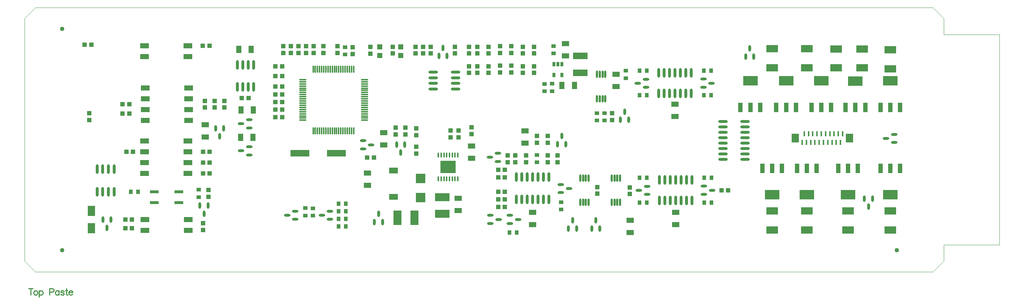
<source format=gtp>
%FSLAX23Y23*%
%MOIN*%
G70*
G01*
G75*
G04 Layer_Color=8421504*
%ADD10O,0.024X0.059*%
%ADD11O,0.018X0.067*%
%ADD12O,0.059X0.024*%
%ADD13R,0.071X0.051*%
%ADD14R,0.039X0.039*%
%ADD15R,0.039X0.035*%
%ADD16R,0.039X0.039*%
%ADD17R,0.080X0.050*%
%ADD18R,0.134X0.085*%
%ADD19R,0.041X0.085*%
%ADD20R,0.041X0.085*%
%ADD21R,0.106X0.071*%
%ADD22R,0.035X0.039*%
%ADD23O,0.024X0.087*%
%ADD24R,0.051X0.071*%
%ADD25R,0.047X0.047*%
%ADD26R,0.075X0.134*%
%ADD27O,0.024X0.087*%
%ADD28C,0.040*%
%ADD29R,0.016X0.049*%
%ADD30R,0.071X0.079*%
%ADD31R,0.079X0.031*%
%ADD32R,0.134X0.063*%
%ADD33R,0.026X0.041*%
%ADD34R,0.134X0.075*%
%ADD35R,0.091X0.091*%
%ADD36O,0.087X0.024*%
%ADD37O,0.087X0.024*%
%ADD38R,0.071X0.094*%
%ADD39R,0.084X0.052*%
%ADD40O,0.011X0.067*%
%ADD41O,0.067X0.011*%
%ADD42R,0.141X0.116*%
%ADD43O,0.012X0.047*%
%ADD44R,0.177X0.059*%
%ADD45C,0.008*%
%ADD46C,0.012*%
%ADD47C,0.010*%
%ADD48C,0.025*%
%ADD49C,0.020*%
%ADD50C,0.015*%
%ADD51C,0.012*%
%ADD52C,0.004*%
%ADD53C,0.004*%
%ADD54C,0.118*%
%ADD55C,0.125*%
%ADD56C,0.035*%
%ADD57C,0.118*%
%ADD58C,0.065*%
%ADD59R,0.065X0.065*%
%ADD60R,0.065X0.065*%
%ADD61C,0.039*%
%ADD62C,0.040*%
%ADD63C,0.158*%
%ADD64C,0.168*%
%ADD65C,0.056*%
%ADD66C,0.079*%
%ADD67C,0.079*%
%ADD68C,0.058*%
%ADD69C,0.060*%
%ADD70R,0.071X0.063*%
%ADD71R,0.063X0.071*%
%ADD72R,0.013X0.028*%
%ADD73R,0.018X0.040*%
%ADD74R,0.028X0.039*%
%ADD75C,0.039*%
%ADD76C,0.039*%
%ADD77C,0.010*%
%ADD78C,0.008*%
%ADD79C,0.024*%
%ADD80C,0.012*%
%ADD81C,0.020*%
%ADD82R,2.010X0.213*%
%ADD83R,0.560X0.250*%
%ADD84R,0.920X0.150*%
%ADD85C,0.008*%
D10*
X523Y363D02*
D03*
X560Y288D02*
D03*
X598Y363D02*
D03*
X7585Y483D02*
D03*
X7548Y558D02*
D03*
X7623D02*
D03*
X4855Y357D02*
D03*
X4818Y282D02*
D03*
X4893D02*
D03*
X5070Y357D02*
D03*
X5033Y282D02*
D03*
X5108D02*
D03*
X1638Y1208D02*
D03*
X1563D02*
D03*
X1600Y1133D02*
D03*
X4717Y1062D02*
D03*
X4792D02*
D03*
X4755Y1137D02*
D03*
X3622Y1877D02*
D03*
X3697D02*
D03*
X3659Y1952D02*
D03*
X6452Y1872D02*
D03*
X6527D02*
D03*
X6490Y1947D02*
D03*
X3270Y983D02*
D03*
X3233Y1058D02*
D03*
X3308D02*
D03*
X1455Y418D02*
D03*
X1418Y493D02*
D03*
X1493D02*
D03*
X3065Y417D02*
D03*
X3102Y342D02*
D03*
X3027D02*
D03*
X5297Y1287D02*
D03*
X5372D02*
D03*
X5335Y1362D02*
D03*
D11*
X5004Y523D02*
D03*
X4978D02*
D03*
X4952D02*
D03*
X4927D02*
D03*
Y747D02*
D03*
X4952D02*
D03*
X4978D02*
D03*
X5004D02*
D03*
X5294Y523D02*
D03*
X5268D02*
D03*
X5242D02*
D03*
X5217D02*
D03*
Y747D02*
D03*
X5242D02*
D03*
X5268D02*
D03*
X5294D02*
D03*
X5081Y1482D02*
D03*
X5107D02*
D03*
X5133D02*
D03*
X5158D02*
D03*
Y1706D02*
D03*
X5133D02*
D03*
X5107D02*
D03*
X5081D02*
D03*
D12*
X7748Y1115D02*
D03*
X7823Y1152D02*
D03*
Y1077D02*
D03*
X4747Y613D02*
D03*
X4822Y650D02*
D03*
X4277Y403D02*
D03*
X4352Y365D02*
D03*
X4168Y902D02*
D03*
Y977D02*
D03*
X4093Y940D02*
D03*
X4097Y403D02*
D03*
Y328D02*
D03*
X4172Y365D02*
D03*
X2997Y1055D02*
D03*
X2922Y1018D02*
D03*
Y1093D02*
D03*
X1798Y1000D02*
D03*
X1873Y1037D02*
D03*
Y962D02*
D03*
X1798Y1250D02*
D03*
X1873Y1287D02*
D03*
Y1212D02*
D03*
X6137Y1625D02*
D03*
X6062Y1588D02*
D03*
Y1663D02*
D03*
X6142Y635D02*
D03*
X6067Y598D02*
D03*
Y673D02*
D03*
X5458Y1625D02*
D03*
X5533Y1662D02*
D03*
Y1587D02*
D03*
X5468Y635D02*
D03*
X5543Y672D02*
D03*
Y597D02*
D03*
X2543Y405D02*
D03*
X2618Y367D02*
D03*
Y442D02*
D03*
X4277Y328D02*
D03*
X4747Y688D02*
D03*
X2298Y367D02*
D03*
Y442D02*
D03*
X2223Y405D02*
D03*
D13*
X5385Y357D02*
D03*
Y243D02*
D03*
X1465Y1242D02*
D03*
Y1128D02*
D03*
X4485Y318D02*
D03*
Y432D02*
D03*
X5800Y1432D02*
D03*
Y1318D02*
D03*
X5805Y432D02*
D03*
Y318D02*
D03*
X3112Y1168D02*
D03*
Y1054D02*
D03*
X3922Y929D02*
D03*
Y1043D02*
D03*
X2962Y679D02*
D03*
Y793D02*
D03*
X4417Y1069D02*
D03*
Y1183D02*
D03*
X5255Y1593D02*
D03*
Y1707D02*
D03*
X4790Y1878D02*
D03*
Y1992D02*
D03*
X3800Y448D02*
D03*
Y562D02*
D03*
D14*
X2185Y1966D02*
D03*
Y1904D02*
D03*
X2255Y1966D02*
D03*
Y1904D02*
D03*
X5084Y665D02*
D03*
Y603D02*
D03*
X2325Y1904D02*
D03*
Y1966D02*
D03*
X2395Y1904D02*
D03*
Y1966D02*
D03*
X2467Y1904D02*
D03*
Y1967D02*
D03*
X2557Y1904D02*
D03*
Y1967D02*
D03*
X3770Y1961D02*
D03*
Y1899D02*
D03*
X4717Y894D02*
D03*
Y957D02*
D03*
X3900Y1961D02*
D03*
Y1899D02*
D03*
X1447Y267D02*
D03*
Y330D02*
D03*
X397Y1284D02*
D03*
Y1347D02*
D03*
X4327Y957D02*
D03*
Y894D02*
D03*
X4627Y957D02*
D03*
Y894D02*
D03*
X4427Y894D02*
D03*
Y957D02*
D03*
X3802Y1124D02*
D03*
Y1187D02*
D03*
X1495Y636D02*
D03*
Y574D02*
D03*
X3222Y1214D02*
D03*
Y1151D02*
D03*
X3312Y1151D02*
D03*
Y1214D02*
D03*
X3730Y1124D02*
D03*
Y1186D02*
D03*
X3922Y1154D02*
D03*
Y1217D02*
D03*
X3405Y1961D02*
D03*
Y1899D02*
D03*
X3475Y1961D02*
D03*
Y1899D02*
D03*
X3412Y1207D02*
D03*
Y1144D02*
D03*
X4627Y1137D02*
D03*
Y1074D02*
D03*
X4527Y1074D02*
D03*
Y1137D02*
D03*
X2825Y1894D02*
D03*
Y1956D02*
D03*
X3195Y1899D02*
D03*
Y1961D02*
D03*
X2991Y1897D02*
D03*
Y1960D02*
D03*
X1552Y1399D02*
D03*
Y1462D02*
D03*
X1642Y1399D02*
D03*
Y1462D02*
D03*
X1462Y1399D02*
D03*
Y1462D02*
D03*
X3412Y1037D02*
D03*
Y974D02*
D03*
X4500Y1781D02*
D03*
Y1719D02*
D03*
X4395Y1781D02*
D03*
Y1719D02*
D03*
X4290Y1786D02*
D03*
Y1724D02*
D03*
X4500Y1899D02*
D03*
Y1961D02*
D03*
X4395Y1899D02*
D03*
Y1961D02*
D03*
X4290Y1904D02*
D03*
Y1966D02*
D03*
X4185Y1786D02*
D03*
Y1724D02*
D03*
X4080Y1781D02*
D03*
Y1719D02*
D03*
X3975Y1781D02*
D03*
Y1719D02*
D03*
X4185Y1904D02*
D03*
Y1966D02*
D03*
X4080Y1899D02*
D03*
Y1961D02*
D03*
X3975Y1899D02*
D03*
Y1961D02*
D03*
X3900Y1782D02*
D03*
Y1719D02*
D03*
X2685Y1966D02*
D03*
Y1904D02*
D03*
X5384Y600D02*
D03*
Y662D02*
D03*
X5220Y1284D02*
D03*
Y1346D02*
D03*
X4255Y894D02*
D03*
Y956D02*
D03*
X3545Y1899D02*
D03*
Y1961D02*
D03*
D15*
X4595Y1551D02*
D03*
Y1618D02*
D03*
X4527Y893D02*
D03*
Y959D02*
D03*
X5080Y1348D02*
D03*
Y1281D02*
D03*
X4750Y457D02*
D03*
Y524D02*
D03*
X1405Y572D02*
D03*
Y639D02*
D03*
X2755Y1958D02*
D03*
Y1891D02*
D03*
X5150Y1281D02*
D03*
Y1348D02*
D03*
X5345Y1672D02*
D03*
X4665Y1552D02*
D03*
Y1619D02*
D03*
X4680Y1901D02*
D03*
Y1968D02*
D03*
X2460Y468D02*
D03*
Y401D02*
D03*
X5345Y1739D02*
D03*
X2390Y402D02*
D03*
Y469D02*
D03*
D16*
X4231Y480D02*
D03*
X4169D02*
D03*
X2176Y1380D02*
D03*
X2114D02*
D03*
X704Y1430D02*
D03*
X766D02*
D03*
X1506Y1970D02*
D03*
X1444D02*
D03*
X354Y1979D02*
D03*
X416D02*
D03*
X4169Y825D02*
D03*
X4231D02*
D03*
X4231Y755D02*
D03*
X4169D02*
D03*
X729Y285D02*
D03*
X791D02*
D03*
X729Y365D02*
D03*
X791D02*
D03*
X704Y1345D02*
D03*
X766D02*
D03*
X739Y990D02*
D03*
X801D02*
D03*
X6229Y635D02*
D03*
X6291D02*
D03*
X4169Y620D02*
D03*
X4231D02*
D03*
X4169Y550D02*
D03*
X4231D02*
D03*
X1802Y1488D02*
D03*
X1865D02*
D03*
X2961Y936D02*
D03*
X3023D02*
D03*
X1446Y791D02*
D03*
X1508D02*
D03*
X1446Y891D02*
D03*
X1508D02*
D03*
X1446Y991D02*
D03*
X1508D02*
D03*
X2114Y1310D02*
D03*
X2176D02*
D03*
X2114Y1450D02*
D03*
X2176D02*
D03*
X2114Y1520D02*
D03*
X2176D02*
D03*
X2114Y1595D02*
D03*
X2176D02*
D03*
X2114Y1690D02*
D03*
X2176D02*
D03*
X2114Y1780D02*
D03*
X2176D02*
D03*
D17*
X1308Y1091D02*
D03*
Y791D02*
D03*
X908D02*
D03*
Y1091D02*
D03*
Y991D02*
D03*
Y891D02*
D03*
X1308Y991D02*
D03*
Y891D02*
D03*
X1309Y265D02*
D03*
Y365D02*
D03*
X909D02*
D03*
Y265D02*
D03*
X908Y1971D02*
D03*
Y1871D02*
D03*
X1308D02*
D03*
Y1971D02*
D03*
X912Y1279D02*
D03*
Y1579D02*
D03*
X1312D02*
D03*
Y1279D02*
D03*
Y1379D02*
D03*
Y1479D02*
D03*
X912Y1379D02*
D03*
Y1479D02*
D03*
D18*
X6495Y1646D02*
D03*
X6825D02*
D03*
X7787Y594D02*
D03*
X7787Y1646D02*
D03*
X6697Y594D02*
D03*
X7017D02*
D03*
X7397D02*
D03*
X7150Y1646D02*
D03*
X7464Y1644D02*
D03*
D19*
X6586Y1402D02*
D03*
X6495D02*
D03*
X6916D02*
D03*
X6825D02*
D03*
X7696Y838D02*
D03*
X7787D02*
D03*
X7878Y1402D02*
D03*
X7787D02*
D03*
X6697Y838D02*
D03*
X6606D02*
D03*
X7017D02*
D03*
X6926D02*
D03*
X7397D02*
D03*
X7306D02*
D03*
X7241Y1402D02*
D03*
X7150D02*
D03*
X7464Y1400D02*
D03*
X7555D02*
D03*
D20*
X6404Y1402D02*
D03*
X6734D02*
D03*
X7878Y838D02*
D03*
X7696Y1402D02*
D03*
X6788Y838D02*
D03*
X7108D02*
D03*
X7488D02*
D03*
X7059Y1402D02*
D03*
X7373Y1400D02*
D03*
D21*
X7017Y1768D02*
D03*
Y1943D02*
D03*
Y268D02*
D03*
Y443D02*
D03*
X6697Y1768D02*
D03*
Y1943D02*
D03*
X7787Y1758D02*
D03*
Y1933D02*
D03*
X7285Y1766D02*
D03*
Y1941D02*
D03*
X7525D02*
D03*
Y1766D02*
D03*
X7787Y443D02*
D03*
Y268D02*
D03*
X6697Y443D02*
D03*
Y268D02*
D03*
X7397D02*
D03*
Y443D02*
D03*
D22*
X848Y620D02*
D03*
X781D02*
D03*
X6133Y1740D02*
D03*
X6066D02*
D03*
X6071Y520D02*
D03*
X6138D02*
D03*
X6071Y750D02*
D03*
X6138D02*
D03*
X5539Y520D02*
D03*
X5472D02*
D03*
X5539Y1740D02*
D03*
X5472D02*
D03*
X5539Y750D02*
D03*
X5472D02*
D03*
X5539Y1515D02*
D03*
X5472D02*
D03*
X6066Y1515D02*
D03*
X6133D02*
D03*
X2763Y300D02*
D03*
X2696D02*
D03*
Y510D02*
D03*
X2764Y440D02*
D03*
Y370D02*
D03*
X2697Y440D02*
D03*
Y370D02*
D03*
X4272Y244D02*
D03*
X4339D02*
D03*
X2763Y510D02*
D03*
D23*
X5650Y1720D02*
D03*
X5800D02*
D03*
X5950D02*
D03*
Y1531D02*
D03*
X5800D02*
D03*
X5750D02*
D03*
X5700D02*
D03*
X5650D02*
D03*
X5900Y1720D02*
D03*
X5850D02*
D03*
X5750D02*
D03*
X5700D02*
D03*
X5850Y1531D02*
D03*
X5900D02*
D03*
X521Y830D02*
D03*
X469D02*
D03*
X573Y621D02*
D03*
X521D02*
D03*
X625Y830D02*
D03*
Y621D02*
D03*
X469D02*
D03*
X4586Y550D02*
D03*
X4536D02*
D03*
X4336D02*
D03*
X4386D02*
D03*
X4436D02*
D03*
X4486D02*
D03*
X4636D02*
D03*
X4336Y758D02*
D03*
X4386D02*
D03*
X4436D02*
D03*
X4486D02*
D03*
X4536D02*
D03*
X4586D02*
D03*
X4636D02*
D03*
X1764Y1591D02*
D03*
X5655Y541D02*
D03*
X5705D02*
D03*
X5755D02*
D03*
X5805D02*
D03*
X5855D02*
D03*
X5905D02*
D03*
X5955D02*
D03*
Y730D02*
D03*
X5905D02*
D03*
X5855D02*
D03*
X5805D02*
D03*
X5755D02*
D03*
X5705D02*
D03*
X5655D02*
D03*
D24*
X1891Y1938D02*
D03*
X1777D02*
D03*
X1911Y1378D02*
D03*
X1797D02*
D03*
X1907Y1125D02*
D03*
X1793D02*
D03*
X4758Y1605D02*
D03*
X4872D02*
D03*
D25*
X3075Y1879D02*
D03*
Y1961D02*
D03*
X3270Y1879D02*
D03*
Y1961D02*
D03*
D26*
X3395Y381D02*
D03*
X3241D02*
D03*
D27*
X573Y830D02*
D03*
X1914Y1795D02*
D03*
X1864D02*
D03*
X1814D02*
D03*
X1764D02*
D03*
X1914Y1591D02*
D03*
X1864D02*
D03*
X1814D02*
D03*
D28*
X7847Y79D02*
D03*
X147D02*
D03*
Y2126D02*
D03*
D29*
X7327Y1078D02*
D03*
X7308Y1156D02*
D03*
X7288Y1078D02*
D03*
X7268Y1156D02*
D03*
X7249Y1078D02*
D03*
X7229Y1156D02*
D03*
X6973Y1078D02*
D03*
X7170D02*
D03*
X7190Y1156D02*
D03*
X7209Y1078D02*
D03*
X7347Y1156D02*
D03*
X6993D02*
D03*
X7012Y1078D02*
D03*
X7032Y1156D02*
D03*
X7052Y1078D02*
D03*
X7071Y1156D02*
D03*
X7130Y1078D02*
D03*
X7150Y1156D02*
D03*
X7091Y1078D02*
D03*
X7111Y1156D02*
D03*
D30*
X6910Y1117D02*
D03*
X7410D02*
D03*
D31*
X1224Y620D02*
D03*
Y520D02*
D03*
X996D02*
D03*
Y620D02*
D03*
D32*
X4925Y1721D02*
D03*
Y1878D02*
D03*
D33*
X4758Y1701D02*
D03*
X4683D02*
D03*
Y1799D02*
D03*
X4720D02*
D03*
X4758D02*
D03*
D34*
X3652Y572D02*
D03*
Y418D02*
D03*
D35*
X3452Y566D02*
D03*
Y743D02*
D03*
D36*
X3569Y1727D02*
D03*
X3778Y1571D02*
D03*
Y1623D02*
D03*
Y1675D02*
D03*
Y1727D02*
D03*
X3569Y1571D02*
D03*
Y1623D02*
D03*
D37*
X3569Y1675D02*
D03*
X6447Y1272D02*
D03*
Y1222D02*
D03*
Y1172D02*
D03*
Y1122D02*
D03*
Y1072D02*
D03*
Y1022D02*
D03*
Y972D02*
D03*
Y922D02*
D03*
X6243Y972D02*
D03*
Y1022D02*
D03*
Y1072D02*
D03*
Y1122D02*
D03*
Y1172D02*
D03*
Y1222D02*
D03*
Y1272D02*
D03*
Y922D02*
D03*
D38*
X415Y283D02*
D03*
Y445D02*
D03*
D39*
X3202Y818D02*
D03*
Y573D02*
D03*
D40*
X2737Y1184D02*
D03*
X2718D02*
D03*
X2796Y1754D02*
D03*
X2757Y1184D02*
D03*
X2836Y1754D02*
D03*
X2816D02*
D03*
X2777D02*
D03*
X2757D02*
D03*
X2737D02*
D03*
X2718D02*
D03*
X2698D02*
D03*
X2678D02*
D03*
X2659D02*
D03*
X2639D02*
D03*
X2619D02*
D03*
X2599D02*
D03*
X2580D02*
D03*
X2560D02*
D03*
X2540D02*
D03*
X2521D02*
D03*
X2501D02*
D03*
X2481D02*
D03*
X2462D02*
D03*
X2836Y1184D02*
D03*
X2816D02*
D03*
X2796D02*
D03*
X2777D02*
D03*
X2698D02*
D03*
X2678D02*
D03*
X2659D02*
D03*
X2639D02*
D03*
X2619D02*
D03*
X2599D02*
D03*
X2580D02*
D03*
X2560D02*
D03*
X2540D02*
D03*
X2521D02*
D03*
X2501D02*
D03*
X2481D02*
D03*
X2462D02*
D03*
D41*
X2365Y1362D02*
D03*
X2936Y1618D02*
D03*
X2365Y1657D02*
D03*
Y1637D02*
D03*
Y1618D02*
D03*
Y1598D02*
D03*
Y1578D02*
D03*
Y1559D02*
D03*
Y1539D02*
D03*
Y1519D02*
D03*
Y1499D02*
D03*
Y1480D02*
D03*
Y1460D02*
D03*
Y1440D02*
D03*
Y1421D02*
D03*
Y1401D02*
D03*
Y1381D02*
D03*
Y1342D02*
D03*
Y1322D02*
D03*
Y1303D02*
D03*
Y1283D02*
D03*
X2936Y1657D02*
D03*
Y1637D02*
D03*
Y1598D02*
D03*
Y1578D02*
D03*
Y1559D02*
D03*
Y1539D02*
D03*
Y1519D02*
D03*
Y1499D02*
D03*
Y1480D02*
D03*
Y1460D02*
D03*
Y1440D02*
D03*
Y1421D02*
D03*
Y1401D02*
D03*
Y1381D02*
D03*
Y1362D02*
D03*
Y1342D02*
D03*
Y1322D02*
D03*
Y1303D02*
D03*
Y1283D02*
D03*
D42*
X3707Y851D02*
D03*
D43*
X3617Y742D02*
D03*
X3643D02*
D03*
X3669D02*
D03*
X3694D02*
D03*
X3720D02*
D03*
X3745D02*
D03*
X3771D02*
D03*
X3797D02*
D03*
X3617Y960D02*
D03*
X3643D02*
D03*
X3669D02*
D03*
X3694D02*
D03*
X3720D02*
D03*
X3745D02*
D03*
X3771D02*
D03*
X3797D02*
D03*
D44*
X2675Y976D02*
D03*
X2341D02*
D03*
D47*
X-143Y-274D02*
Y-334D01*
X-163Y-274D02*
X-123D01*
X-102Y-294D02*
X-107Y-297D01*
X-113Y-303D01*
X-116Y-311D01*
Y-317D01*
X-113Y-326D01*
X-107Y-331D01*
X-102Y-334D01*
X-93D01*
X-87Y-331D01*
X-82Y-326D01*
X-79Y-317D01*
Y-311D01*
X-82Y-303D01*
X-87Y-297D01*
X-93Y-294D01*
X-102D01*
X-66D02*
Y-354D01*
Y-303D02*
X-60Y-297D01*
X-54Y-294D01*
X-46D01*
X-40Y-297D01*
X-34Y-303D01*
X-31Y-311D01*
Y-317D01*
X-34Y-326D01*
X-40Y-331D01*
X-46Y-334D01*
X-54D01*
X-60Y-331D01*
X-66Y-326D01*
X29Y-306D02*
X54D01*
X63Y-303D01*
X66Y-300D01*
X69Y-294D01*
Y-286D01*
X66Y-280D01*
X63Y-277D01*
X54Y-274D01*
X29D01*
Y-334D01*
X116Y-294D02*
Y-334D01*
Y-303D02*
X111Y-297D01*
X105Y-294D01*
X96D01*
X91Y-297D01*
X85Y-303D01*
X82Y-311D01*
Y-317D01*
X85Y-326D01*
X91Y-331D01*
X96Y-334D01*
X105D01*
X111Y-331D01*
X116Y-326D01*
X164Y-303D02*
X161Y-297D01*
X152Y-294D01*
X144D01*
X135Y-297D01*
X132Y-303D01*
X135Y-309D01*
X141Y-311D01*
X155Y-314D01*
X161Y-317D01*
X164Y-323D01*
Y-326D01*
X161Y-331D01*
X152Y-334D01*
X144D01*
X135Y-331D01*
X132Y-326D01*
X185Y-274D02*
Y-323D01*
X188Y-331D01*
X193Y-334D01*
X199D01*
X176Y-294D02*
X196D01*
X208Y-311D02*
X242D01*
Y-306D01*
X239Y-300D01*
X236Y-297D01*
X231Y-294D01*
X222D01*
X216Y-297D01*
X211Y-303D01*
X208Y-311D01*
Y-317D01*
X211Y-326D01*
X216Y-331D01*
X222Y-334D01*
X231D01*
X236Y-331D01*
X242Y-326D01*
D52*
X-200Y2224D02*
X-100Y2324D01*
X-200Y-21D02*
X-100Y-121D01*
X8180D02*
X8280Y-21D01*
X8180Y2324D02*
X8280Y2224D01*
X8280D01*
Y2074D02*
Y2224D01*
Y-21D02*
Y129D01*
X-100Y-121D02*
X8180D01*
X-100Y2324D02*
X8180D01*
X-200Y-21D02*
Y2224D01*
D53*
X8280Y2074D02*
X8792D01*
X8280Y129D02*
X8792D01*
Y2074D01*
M02*

</source>
